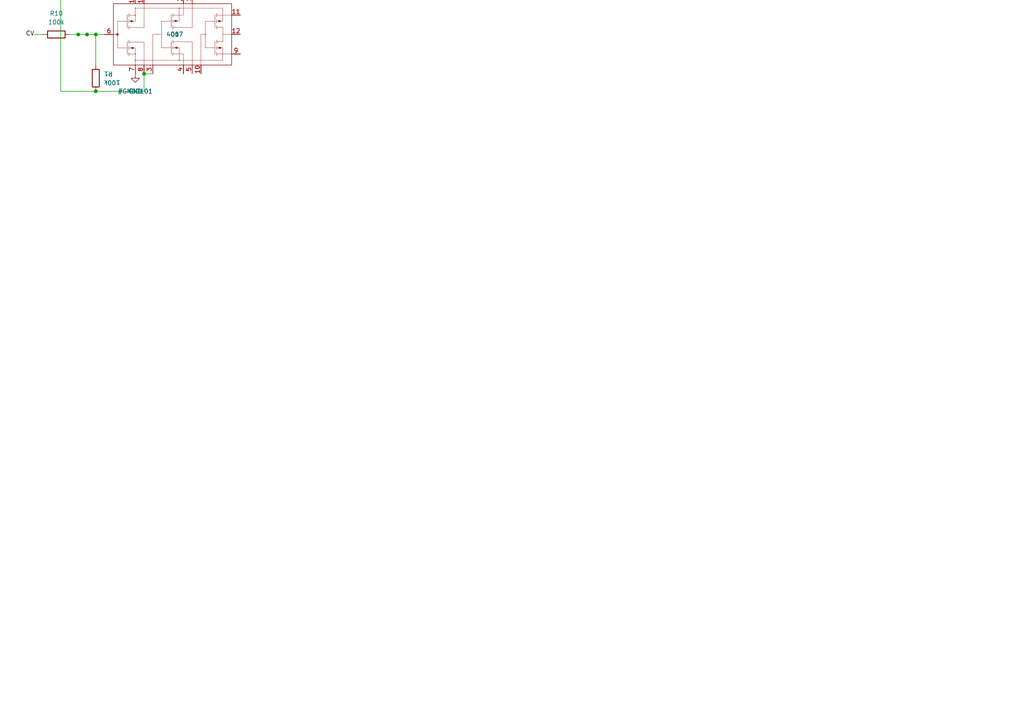
<source format=kicad_sch>
(kicad_sch (version 20211123) (generator elektron)
  (paper "A4")
  (lib_symbols
    (symbol "Device:R" (pin_numbers hide) (pin_names (offset 0))
      (property "Reference" "R" (at 2.032 0 90))
      (property "Value" "R" (at 0 0 90))
      (symbol "R_0_1"
        (rectangle (start -1.016 -2.54) (end 1.016 2.54) (stroke (width 0.254)))
      )
      (symbol "R_1_1"
        (pin passive line (at 0 3.81 270) (length 1.27) (name "~") (number "1"))
        (pin passive line (at 0 -3.81 90) (length 1.27) (name "~") (number "2"))
      )
    )
    (symbol "elektrophon:4007N" (pin_names (offset 1.016) hide)
      (property "Reference" "U" (at 13.97 15.24 0))
      (property "Value" "4007N" (at 12.7 12.7 0))
      (symbol "4007N_0_1"
        (circle (center -16.5864 -0.0104) (radius 0.254) (fill (type outline)))
        (circle (center -11.4381 5.5663) (radius 0.0605) (fill (type outline)))
        (circle (center -11.43 7.62) (radius 0.0605) (fill (type outline)))
        (circle (center -11.4277 -5.7018) (radius 0.0605) (fill (type outline)))
        (circle (center -11.4181 -7.5394) (radius 0.0605) (fill (type outline)))
        (polyline (pts (xy -13.7868 -3.9409) (xy -16.5808 -3.9409)) (stroke (width 0.05)))
        (polyline (pts (xy -13.7868 -2.0359) (xy -13.7868 -5.8459)) (stroke (width 0.1)))
        (polyline (pts (xy -13.7819 3.7802) (xy -16.5759 3.7802)) (stroke (width 0.05)))
        (polyline (pts (xy -13.7819 5.6852) (xy -13.7819 1.8752)) (stroke (width 0.1)))
        (polyline (pts (xy -13.2788 -5.2109) (xy -13.2788 -6.2269)) (stroke (width 0.1)))
        (polyline (pts (xy -13.2788 -3.4329) (xy -13.2788 -4.4489)) (stroke (width 0.1)))
        (polyline (pts (xy -13.2788 -1.6549) (xy -13.2788 -2.6709)) (stroke (width 0.1)))
        (polyline (pts (xy -13.2739 2.5102) (xy -13.2739 1.4942)) (stroke (width 0.1)))
        (polyline (pts (xy -13.2739 4.2882) (xy -13.2739 3.2722)) (stroke (width 0.1)))
        (polyline (pts (xy -13.2739 6.0662) (xy -13.2739 5.0502)) (stroke (width 0.1)))
        (polyline (pts (xy -11.43 3.81) (xy -13.2674 3.818)) (stroke (width 0.05)))
        (polyline (pts (xy -1.0209 -3.9111) (xy -3.8149 -3.9111)) (stroke (width 0.05)))
        (polyline (pts (xy -1.0209 -2.0061) (xy -1.0209 -5.8161)) (stroke (width 0.1)))
        (polyline (pts (xy -1.016 3.81) (xy -3.81 3.81)) (stroke (width 0.05)))
        (polyline (pts (xy -1.016 5.715) (xy -1.016 1.905)) (stroke (width 0.1)))
        (polyline (pts (xy -0.5129 -5.1811) (xy -0.5129 -6.1971)) (stroke (width 0.1)))
        (polyline (pts (xy -0.5129 -3.4031) (xy -0.5129 -4.4191)) (stroke (width 0.1)))
        (polyline (pts (xy -0.5129 -1.6251) (xy -0.5129 -2.6411)) (stroke (width 0.1)))
        (polyline (pts (xy -0.508 2.54) (xy -0.508 1.524)) (stroke (width 0.1)))
        (polyline (pts (xy -0.508 4.318) (xy -0.508 3.302)) (stroke (width 0.1)))
        (polyline (pts (xy -0.508 6.096) (xy -0.508 5.08)) (stroke (width 0.1)))
        (polyline (pts (xy 2.54 -8.89) (xy 2.54 -5.6901)) (stroke (width 0.05)))
        (polyline (pts (xy 2.5485 5.5949) (xy 2.54 8.89)) (stroke (width 0.05)))
        (polyline (pts (xy 5.0792 1.9978) (xy 5.08 8.89)) (stroke (width 0.05)))
        (polyline (pts (xy 5.0795 -2.1769) (xy 5.08 -8.89)) (stroke (width 0.05)))
        (polyline (pts (xy 11.6791 -3.9111) (xy 8.8851 -3.9111)) (stroke (width 0.05)))
        (polyline (pts (xy 11.6791 -2.0061) (xy 11.6791 -5.8161)) (stroke (width 0.1)))
        (polyline (pts (xy 11.684 3.81) (xy 8.89 3.81)) (stroke (width 0.05)))
        (polyline (pts (xy 11.684 5.715) (xy 11.684 1.905)) (stroke (width 0.1)))
        (polyline (pts (xy 12.1871 -5.1811) (xy 12.1871 -6.1971)) (stroke (width 0.1)))
        (polyline (pts (xy 12.1871 -3.4031) (xy 12.1871 -4.4191)) (stroke (width 0.1)))
        (polyline (pts (xy 12.1871 -1.6251) (xy 12.1871 -2.6411)) (stroke (width 0.1)))
        (polyline (pts (xy 12.192 2.54) (xy 12.192 1.524)) (stroke (width 0.1)))
        (polyline (pts (xy 12.192 4.318) (xy 12.192 3.302)) (stroke (width 0.1)))
        (polyline (pts (xy 12.192 6.096) (xy 12.192 5.08)) (stroke (width 0.1)))
        (polyline (pts (xy -11.43 -8.89) (xy -11.4335 -3.9395) (xy -13.2788 -3.9409)) (stroke (width 0.05)))
        (polyline (pts (xy -8.89 8.89) (xy -8.887 1.9988) (xy -13.2245 1.9995)) (stroke (width 0.05)))
        (polyline (pts (xy -3.8026 0.0019) (xy -6.3559 -0.0052) (xy -6.35 -8.89)) (stroke (width 0.05)))
        (polyline (pts (xy 8.8879 -0.0035) (xy 7.6137 -0.0036) (xy 7.62 -8.89)) (stroke (width 0.05)))
        (polyline (pts (xy -12.6756 -3.9408) (xy -12.0085 -4.1892) (xy -12.0091 -3.7312) (xy -12.6756 -3.9352)) (fill (type outline)))
        (polyline (pts (xy -12.0172 3.8111) (xy -12.6843 4.0595) (xy -12.6837 3.6015) (xy -12.0172 3.8055)) (fill (type outline)))
        (polyline (pts (xy 0.0456 -3.8579) (xy 0.7127 -4.1063) (xy 0.7121 -3.6483) (xy 0.0456 -3.8523)) (fill (type outline)))
        (polyline (pts (xy 0.7402 3.878) (xy 0.0731 4.1264) (xy 0.0737 3.6684) (xy 0.7402 3.8724)) (fill (type outline)))
        (polyline (pts (xy 12.6263 -3.8985) (xy 13.2934 -4.1469) (xy 13.2928 -3.6889) (xy 12.6263 -3.8929)) (fill (type outline)))
        (polyline (pts (xy 13.3998 3.8261) (xy 12.7327 4.0745) (xy 12.7333 3.6165) (xy 13.3998 3.8205)) (fill (type outline)))
        (circle (center 1.276 7.6112) (radius 0.0605) (fill (type outline)))
        (circle (center 1.3096 -7.5392) (radius 0.0605) (fill (type outline)))
        (circle (center 8.9045 -0.0209) (radius 0.0605) (fill (type outline)))
      )
      (symbol "4007N_1_1"
        (polyline (pts (xy -17.7949 -0.0044) (xy -16.6067 -0.0044)) (stroke (width 0.1)))
        (polyline (pts (xy -11.4924 -5.7043) (xy -13.277 -5.7043)) (stroke (width 0.05)))
        (polyline (pts (xy -11.4736 5.5612) (xy -13.2664 5.5612)) (stroke (width 0.05)))
        (polyline (pts (xy -0.5059 3.8783) (xy 1.2697 3.8786)) (stroke (width 0.05)))
        (polyline (pts (xy 1.27 7.62) (xy 1.274 3.8805)) (stroke (width 0.05)))
        (polyline (pts (xy 2.5249 5.5909) (xy -0.5005 5.591)) (stroke (width 0.05)))
        (polyline (pts (xy 2.5261 -5.6762) (xy -0.5111 -5.6745)) (stroke (width 0.05)))
        (polyline (pts (xy 5.0595 -2.1369) (xy -0.5145 -2.1328)) (stroke (width 0.05)))
        (polyline (pts (xy 5.0866 2.0121) (xy -0.4807 2.0121)) (stroke (width 0.05)))
        (polyline (pts (xy 12.2388 3.8214) (xy 13.963 3.8209)) (stroke (width 0.05)) (fill (type outline)))
        (polyline (pts (xy 13.9813 2.0501) (xy 12.1977 2.0501)) (stroke (width 0.05)))
        (polyline (pts (xy 13.9896 -2.1101) (xy 13.9879 2.0353)) (stroke (width 0.05)))
        (polyline (pts (xy 13.991 -2.1328) (xy 12.1855 -2.1328)) (stroke (width 0.05)))
        (polyline (pts (xy 16.4619 -5.6744) (xy 12.1889 -5.6745)) (stroke (width 0.05)))
        (polyline (pts (xy 16.5194 5.5901) (xy 12.1995 5.591)) (stroke (width 0.05)))
        (polyline (pts (xy 16.5229 -0.0047) (xy 14.0222 -0.0048)) (stroke (width 0.05)))
        (polyline (pts (xy -16.5759 3.7802) (xy -16.5759 -0.0298) (xy -16.5759 -3.8398)) (stroke (width 0.05)))
        (polyline (pts (xy -13.275 -2.2232) (xy -8.8911 -2.2232) (xy -8.89 -8.89)) (stroke (width 0.05)))
        (polyline (pts (xy -3.81 3.81) (xy -3.81 0) (xy -3.8118 -3.8967)) (stroke (width 0.05)))
        (polyline (pts (xy -0.5217 -3.8495) (xy 1.3084 -3.8495) (xy 1.3115 -7.4924)) (stroke (width 0.05)))
        (polyline (pts (xy 8.89 3.81) (xy 8.89 0) (xy 8.8938 -3.9105)) (stroke (width 0.05)))
        (polyline (pts (xy -11.4945 -7.5402) (xy 13.9636 -7.5377) (xy 13.9636 -3.8872) (xy 12.2138 -3.8824)) (stroke (width 0.05)))
        (polyline (pts (xy -11.43 3.81) (xy -11.43 7.62) (xy 13.97 7.62) (xy 13.9742 3.8153)) (stroke (width 0.05)))
        (polyline (pts (xy -17.78 8.89) (xy 16.51 8.89) (xy 16.51 -8.89) (xy -17.78 -8.89) (xy -17.78 8.89)))
        (pin passive line (at 5.08 11.43 270) (length 2.54) (name "DrainQ2") (number "1"))
        (pin input line (at 7.62 -11.43 90) (length 2.54) (name "G") (number "10"))
        (pin passive line (at 19.05 5.6 180) (length 2.54) (name "SourceQ2") (number "11"))
        (pin passive line (at 19.05 0 180) (length 2.54) (name "DrainQ2") (number "12"))
        (pin output line (at -8.89 11.43 270) (length 2.54) (name "DrainQ1") (number "13"))
        (pin passive line (at -11.43 11.43 270) (length 2.54) (name "D") (number "14"))
        (pin passive line (at 2.54 11.43 270) (length 2.54) (name "SourceQ2") (number "2"))
        (pin input line (at -6.35 -11.43 90) (length 2.54) (name "G") (number "3"))
        (pin passive line (at 2.54 -11.43 90) (length 2.54) (name "SourceQ2") (number "4"))
        (pin passive line (at 5.08 -11.43 90) (length 2.54) (name "DrainQ2") (number "5"))
        (pin input line (at -20.3513 -0.0284 0) (length 2.54) (name "G") (number "6"))
        (pin passive line (at -11.43 -11.43 90) (length 2.54) (name "S") (number "7"))
        (pin output line (at -8.89 -11.43 90) (length 2.54) (name "DrainQ1") (number "8"))
        (pin passive line (at 19.05 -5.68 180) (length 2.54) (name "SourceQ2") (number "9"))
      )
    )
    (symbol "power:GND" (power) (pin_names (offset 0))
      (property "Value" "GND" (at 0 -3.81 0))
      (symbol "GND_0_1"
        (polyline (pts (xy 0 0) (xy 0 -1.27) (xy 1.27 -1.27) (xy 0 -2.54) (xy -1.27 -1.27) (xy 0 -1.27)))
      )
      (symbol "GND_1_1"
        (pin power_in line (at 0 0 270) (length 0) hide (name "GND") (number "1"))
      )
    )
    (symbol "power:+5V" (power) (pin_names (offset 0))
      (property "Value" "+5V" (at 0 3.556 0))
      (symbol "+5V_0_1"
        (polyline (pts (xy -0.762 1.27) (xy 0 2.54)))
        (polyline (pts (xy 0 0) (xy 0 2.54)))
        (polyline (pts (xy 0 2.54) (xy 0.762 1.27)))
      )
      (symbol "+5V_1_1"
        (pin power_in line (at 0 0 90) (length 0) hide (name "+5V") (number "1"))
      )
    )
  )
  (label "CV" (at 10 10 180))
  (wire (pts (xy 10 10) (xy 12.54 10)))
  (symbol (lib_id "Device:R") (at 16.35 10 90) (unit 1)
    (property "Reference" "R10" (at 16.35 3.9000000000000004 -90))
    (property "Value" "100k" (at 16.35 6.44 -90))
    (property "Spice_Netlist_Enabled" "Y" (effects hide))
  )
  (wire (pts (xy 20.16 10) (xy 22.7 10)))
  (junction (at 22.7 10))
  (wire (pts (xy 22.7 10) (xy 25.24 10)))
  (junction (at 25.24 10))
  (wire (pts (xy 25.24 10) (xy 27.78 10)))
  (junction (at 27.779999999999998 10))
  (wire (pts (xy 27.78 10) (xy 30.32 10)))
  (symbol (lib_id "elektrophon:4007N") (at 50.67 9.97 0) (unit 1)
    (property "Reference" "U1" (at 50.67 9.97 0))
    (property "Value" "4007" (at 50.67 9.97 0))
    (property "Footprint" "40xx-DIL14" (effects hide))
    (property "Datasheet" "https://www.ti.com/lit/ds/symlink/cd4007ub.pdf" (effects hide))
    (property "Spice_Model" "CMOS4007" (effects hide))
    (property "Spice_Primitive" "X" (effects hide))
  )
  (junction (at 41.78 21.4))
  (wire (pts (xy 41.78 21.4) (xy 41.78 26.48)))
  (wire (pts (xy 41.78 26.48) (xy 27.78 26.48)))
  (junction (at 27.779999999999998 26.479999999999997))
  (symbol (lib_id "Device:R") (at 27.78 22.67 180) (unit 1)
    (property "Reference" "R1" (at 30.07 21.400000000000002 180) (effects (justify left)))
    (property "Value" "100k" (at 30.07 23.94 180) (effects (justify left)))
    (property "Spice_Netlist_Enabled" "Y" (effects hide))
  )
  (wire (pts (xy 27.78 18.86) (xy 27.78 10)))
  (wire (pts (xy 41.78 21.4) (xy 44.32 21.4)))
  (wire (pts (xy 27.78 26.48) (xy 17.62 26.48)))
  (wire (pts (xy 17.62 26.48) (xy 17.62 -9.08)))
  (wire (pts (xy 17.62 -9.08) (xy 41.78 -9.08)))
  (wire (pts (xy 41.78 -9.08) (xy 41.78 -1.46)))
  (wire (pts (xy 53.21 -1.46) (xy 53.21 -4)))
  (label "INPUT" (at 53.21 -4 90))
  (wire (pts (xy 55.75 -1.46) (xy 55.75 -4)))
  (label "OUTPUT" (at 55.75 -4 90))
  (symbol (lib_id "power:GND") (at 39.24 21.4 0) (unit 1)
    (property "Reference" "GND" (at 39.24 26.48 0))
    (property "Value" "GND" (at 39.24 26.48 0))
  )
  (symbol (lib_id "power:+5V") (at 39.24 -1.46 0) (unit 1)
    (property "Reference" "VDD" (at 39.24 -6.54 0))
    (property "Value" "+5V" (at 39.24 -6.54 0))
  )
)
</source>
